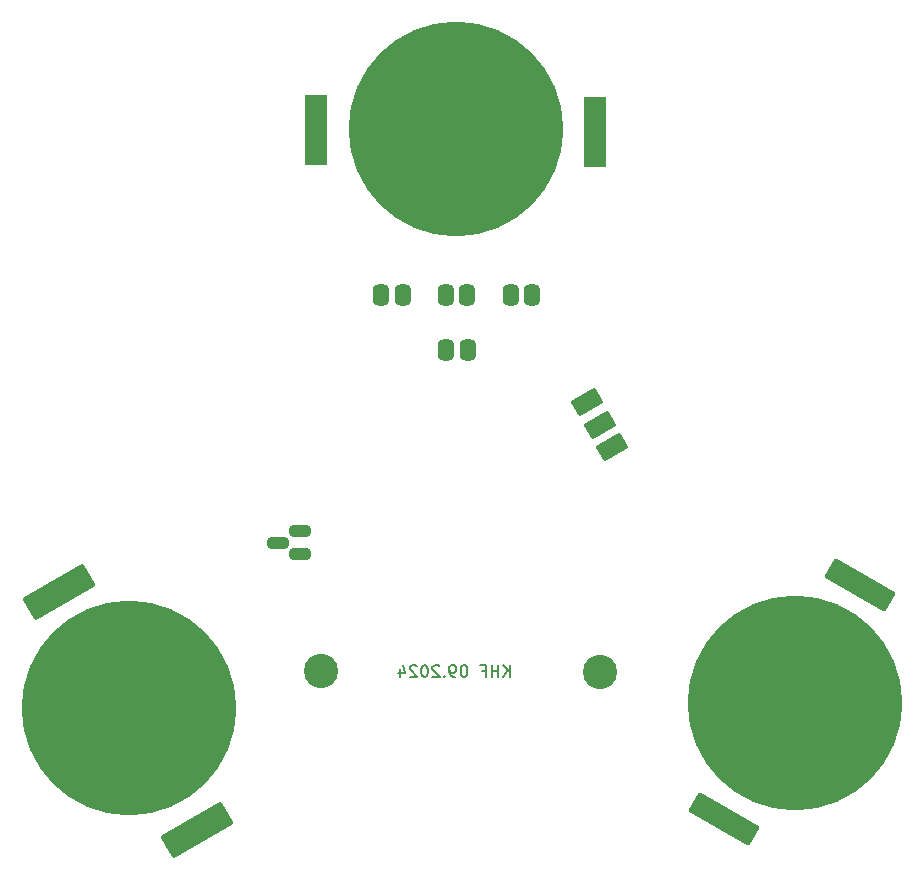
<source format=gbr>
%TF.GenerationSoftware,KiCad,Pcbnew,7.0.8*%
%TF.CreationDate,2024-09-09T11:56:01+02:00*%
%TF.ProjectId,Fidget_Spinner,46696467-6574-45f5-9370-696e6e65722e,rev?*%
%TF.SameCoordinates,Original*%
%TF.FileFunction,Soldermask,Bot*%
%TF.FilePolarity,Negative*%
%FSLAX46Y46*%
G04 Gerber Fmt 4.6, Leading zero omitted, Abs format (unit mm)*
G04 Created by KiCad (PCBNEW 7.0.8) date 2024-09-09 11:56:01*
%MOMM*%
%LPD*%
G01*
G04 APERTURE LIST*
G04 Aperture macros list*
%AMRoundRect*
0 Rectangle with rounded corners*
0 $1 Rounding radius*
0 $2 $3 $4 $5 $6 $7 $8 $9 X,Y pos of 4 corners*
0 Add a 4 corners polygon primitive as box body*
4,1,4,$2,$3,$4,$5,$6,$7,$8,$9,$2,$3,0*
0 Add four circle primitives for the rounded corners*
1,1,$1+$1,$2,$3*
1,1,$1+$1,$4,$5*
1,1,$1+$1,$6,$7*
1,1,$1+$1,$8,$9*
0 Add four rect primitives between the rounded corners*
20,1,$1+$1,$2,$3,$4,$5,0*
20,1,$1+$1,$4,$5,$6,$7,0*
20,1,$1+$1,$6,$7,$8,$9,0*
20,1,$1+$1,$8,$9,$2,$3,0*%
G04 Aperture macros list end*
%ADD10C,0.150000*%
%ADD11RoundRect,0.200000X2.030819X-2.038519X2.780819X-0.739481X-2.030819X2.038519X-2.780819X0.739481X0*%
%ADD12C,18.180000*%
%ADD13C,2.900000*%
%ADD14RoundRect,0.200000X-0.750000X-2.778000X0.750000X-2.778000X0.750000X2.778000X-0.750000X2.778000X0*%
%ADD15RoundRect,0.200000X-2.855819X-0.609577X-1.955819X-2.168423X2.855819X0.609577X1.955819X2.168423X0*%
%ADD16RoundRect,0.450000X0.262500X0.450000X-0.262500X0.450000X-0.262500X-0.450000X0.262500X-0.450000X0*%
%ADD17RoundRect,0.350000X0.587500X0.150000X-0.587500X0.150000X-0.587500X-0.150000X0.587500X-0.150000X0*%
%ADD18RoundRect,0.200000X-1.141025X-0.023686X-0.591025X-0.976314X1.141025X0.023686X0.591025X0.976314X0*%
G04 APERTURE END LIST*
D10*
X86183220Y-96729819D02*
X86183220Y-95729819D01*
X85611792Y-96729819D02*
X86040363Y-96158390D01*
X85611792Y-95729819D02*
X86183220Y-96301247D01*
X85183220Y-96729819D02*
X85183220Y-95729819D01*
X85183220Y-96206009D02*
X84611792Y-96206009D01*
X84611792Y-96729819D02*
X84611792Y-95729819D01*
X83802268Y-96206009D02*
X84135601Y-96206009D01*
X84135601Y-96729819D02*
X84135601Y-95729819D01*
X84135601Y-95729819D02*
X83659411Y-95729819D01*
X82326077Y-95729819D02*
X82230839Y-95729819D01*
X82230839Y-95729819D02*
X82135601Y-95777438D01*
X82135601Y-95777438D02*
X82087982Y-95825057D01*
X82087982Y-95825057D02*
X82040363Y-95920295D01*
X82040363Y-95920295D02*
X81992744Y-96110771D01*
X81992744Y-96110771D02*
X81992744Y-96348866D01*
X81992744Y-96348866D02*
X82040363Y-96539342D01*
X82040363Y-96539342D02*
X82087982Y-96634580D01*
X82087982Y-96634580D02*
X82135601Y-96682200D01*
X82135601Y-96682200D02*
X82230839Y-96729819D01*
X82230839Y-96729819D02*
X82326077Y-96729819D01*
X82326077Y-96729819D02*
X82421315Y-96682200D01*
X82421315Y-96682200D02*
X82468934Y-96634580D01*
X82468934Y-96634580D02*
X82516553Y-96539342D01*
X82516553Y-96539342D02*
X82564172Y-96348866D01*
X82564172Y-96348866D02*
X82564172Y-96110771D01*
X82564172Y-96110771D02*
X82516553Y-95920295D01*
X82516553Y-95920295D02*
X82468934Y-95825057D01*
X82468934Y-95825057D02*
X82421315Y-95777438D01*
X82421315Y-95777438D02*
X82326077Y-95729819D01*
X81516553Y-96729819D02*
X81326077Y-96729819D01*
X81326077Y-96729819D02*
X81230839Y-96682200D01*
X81230839Y-96682200D02*
X81183220Y-96634580D01*
X81183220Y-96634580D02*
X81087982Y-96491723D01*
X81087982Y-96491723D02*
X81040363Y-96301247D01*
X81040363Y-96301247D02*
X81040363Y-95920295D01*
X81040363Y-95920295D02*
X81087982Y-95825057D01*
X81087982Y-95825057D02*
X81135601Y-95777438D01*
X81135601Y-95777438D02*
X81230839Y-95729819D01*
X81230839Y-95729819D02*
X81421315Y-95729819D01*
X81421315Y-95729819D02*
X81516553Y-95777438D01*
X81516553Y-95777438D02*
X81564172Y-95825057D01*
X81564172Y-95825057D02*
X81611791Y-95920295D01*
X81611791Y-95920295D02*
X81611791Y-96158390D01*
X81611791Y-96158390D02*
X81564172Y-96253628D01*
X81564172Y-96253628D02*
X81516553Y-96301247D01*
X81516553Y-96301247D02*
X81421315Y-96348866D01*
X81421315Y-96348866D02*
X81230839Y-96348866D01*
X81230839Y-96348866D02*
X81135601Y-96301247D01*
X81135601Y-96301247D02*
X81087982Y-96253628D01*
X81087982Y-96253628D02*
X81040363Y-96158390D01*
X80611791Y-96634580D02*
X80564172Y-96682200D01*
X80564172Y-96682200D02*
X80611791Y-96729819D01*
X80611791Y-96729819D02*
X80659410Y-96682200D01*
X80659410Y-96682200D02*
X80611791Y-96634580D01*
X80611791Y-96634580D02*
X80611791Y-96729819D01*
X80183220Y-95825057D02*
X80135601Y-95777438D01*
X80135601Y-95777438D02*
X80040363Y-95729819D01*
X80040363Y-95729819D02*
X79802268Y-95729819D01*
X79802268Y-95729819D02*
X79707030Y-95777438D01*
X79707030Y-95777438D02*
X79659411Y-95825057D01*
X79659411Y-95825057D02*
X79611792Y-95920295D01*
X79611792Y-95920295D02*
X79611792Y-96015533D01*
X79611792Y-96015533D02*
X79659411Y-96158390D01*
X79659411Y-96158390D02*
X80230839Y-96729819D01*
X80230839Y-96729819D02*
X79611792Y-96729819D01*
X78992744Y-95729819D02*
X78897506Y-95729819D01*
X78897506Y-95729819D02*
X78802268Y-95777438D01*
X78802268Y-95777438D02*
X78754649Y-95825057D01*
X78754649Y-95825057D02*
X78707030Y-95920295D01*
X78707030Y-95920295D02*
X78659411Y-96110771D01*
X78659411Y-96110771D02*
X78659411Y-96348866D01*
X78659411Y-96348866D02*
X78707030Y-96539342D01*
X78707030Y-96539342D02*
X78754649Y-96634580D01*
X78754649Y-96634580D02*
X78802268Y-96682200D01*
X78802268Y-96682200D02*
X78897506Y-96729819D01*
X78897506Y-96729819D02*
X78992744Y-96729819D01*
X78992744Y-96729819D02*
X79087982Y-96682200D01*
X79087982Y-96682200D02*
X79135601Y-96634580D01*
X79135601Y-96634580D02*
X79183220Y-96539342D01*
X79183220Y-96539342D02*
X79230839Y-96348866D01*
X79230839Y-96348866D02*
X79230839Y-96110771D01*
X79230839Y-96110771D02*
X79183220Y-95920295D01*
X79183220Y-95920295D02*
X79135601Y-95825057D01*
X79135601Y-95825057D02*
X79087982Y-95777438D01*
X79087982Y-95777438D02*
X78992744Y-95729819D01*
X78278458Y-95825057D02*
X78230839Y-95777438D01*
X78230839Y-95777438D02*
X78135601Y-95729819D01*
X78135601Y-95729819D02*
X77897506Y-95729819D01*
X77897506Y-95729819D02*
X77802268Y-95777438D01*
X77802268Y-95777438D02*
X77754649Y-95825057D01*
X77754649Y-95825057D02*
X77707030Y-95920295D01*
X77707030Y-95920295D02*
X77707030Y-96015533D01*
X77707030Y-96015533D02*
X77754649Y-96158390D01*
X77754649Y-96158390D02*
X78326077Y-96729819D01*
X78326077Y-96729819D02*
X77707030Y-96729819D01*
X76849887Y-96063152D02*
X76849887Y-96729819D01*
X77087982Y-95682200D02*
X77326077Y-96396485D01*
X77326077Y-96396485D02*
X76707030Y-96396485D01*
D11*
%TO.C,U2*%
X104330000Y-108770000D03*
X115780000Y-88970000D03*
D12*
X110280000Y-98970000D03*
%TD*%
D13*
%TO.C,S2*%
X93760000Y-96300000D03*
X70210000Y-96250000D03*
%TD*%
D14*
%TO.C,U1*%
X69714000Y-50390000D03*
X93366000Y-50544000D03*
D12*
X81564000Y-50290000D03*
%TD*%
D15*
%TO.C,U3*%
X48000000Y-89540000D03*
X59650000Y-109690000D03*
D12*
X53950000Y-99340000D03*
%TD*%
D16*
%TO.C,R3*%
X77075000Y-64380000D03*
X75250000Y-64380000D03*
%TD*%
%TO.C,R4*%
X82622500Y-69040000D03*
X80797500Y-69040000D03*
%TD*%
%TO.C,R1*%
X88065000Y-64380000D03*
X86240000Y-64380000D03*
%TD*%
D17*
%TO.C,Q1*%
X68380000Y-84400000D03*
X68380000Y-86300000D03*
X66505000Y-85350000D03*
%TD*%
D16*
%TO.C,R2*%
X82570000Y-64380000D03*
X80745000Y-64380000D03*
%TD*%
D18*
%TO.C,S1*%
X92690000Y-73450000D03*
X93790000Y-75350000D03*
X94840000Y-77250000D03*
%TD*%
M02*

</source>
